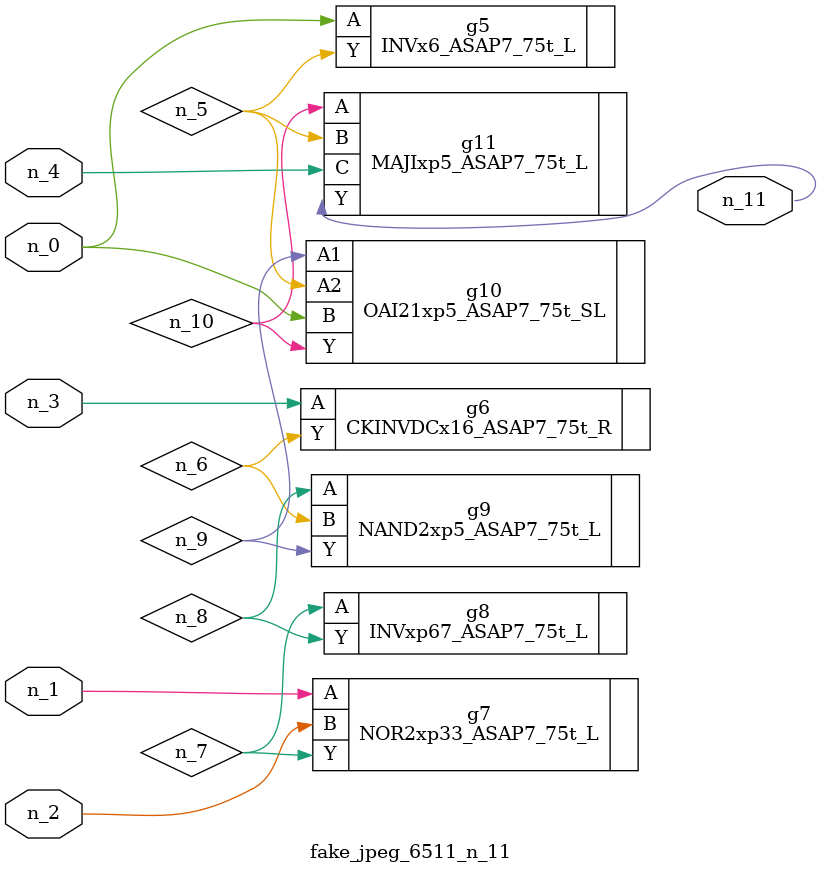
<source format=v>
module fake_jpeg_6511_n_11 (n_3, n_2, n_1, n_0, n_4, n_11);

input n_3;
input n_2;
input n_1;
input n_0;
input n_4;

output n_11;

wire n_10;
wire n_8;
wire n_9;
wire n_6;
wire n_5;
wire n_7;

INVx6_ASAP7_75t_L g5 ( 
.A(n_0),
.Y(n_5)
);

CKINVDCx16_ASAP7_75t_R g6 ( 
.A(n_3),
.Y(n_6)
);

NOR2xp33_ASAP7_75t_L g7 ( 
.A(n_1),
.B(n_2),
.Y(n_7)
);

INVxp67_ASAP7_75t_L g8 ( 
.A(n_7),
.Y(n_8)
);

NAND2xp5_ASAP7_75t_L g9 ( 
.A(n_8),
.B(n_6),
.Y(n_9)
);

OAI21xp5_ASAP7_75t_SL g10 ( 
.A1(n_9),
.A2(n_5),
.B(n_0),
.Y(n_10)
);

MAJIxp5_ASAP7_75t_L g11 ( 
.A(n_10),
.B(n_5),
.C(n_4),
.Y(n_11)
);


endmodule
</source>
